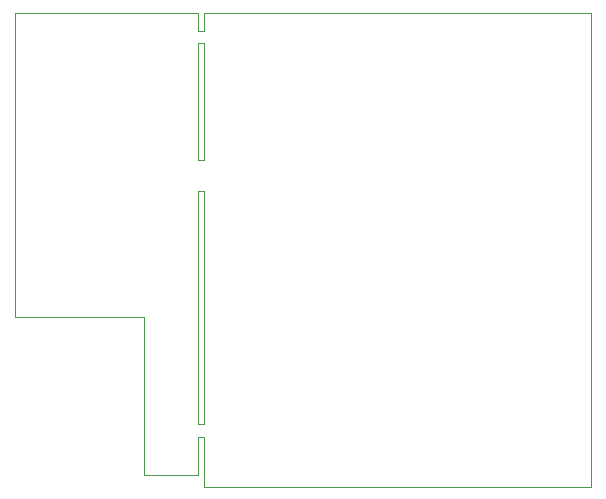
<source format=gm1>
G04 #@! TF.GenerationSoftware,KiCad,Pcbnew,7.0.9*
G04 #@! TF.CreationDate,2024-02-17T17:22:41+01:00*
G04 #@! TF.ProjectId,armband,61726d62-616e-4642-9e6b-696361645f70,rev?*
G04 #@! TF.SameCoordinates,Original*
G04 #@! TF.FileFunction,Profile,NP*
%FSLAX46Y46*%
G04 Gerber Fmt 4.6, Leading zero omitted, Abs format (unit mm)*
G04 Created by KiCad (PCBNEW 7.0.9) date 2024-02-17 17:22:41*
%MOMM*%
%LPD*%
G01*
G04 APERTURE LIST*
G04 #@! TA.AperFunction,Profile*
%ADD10C,0.100000*%
G04 #@! TD*
G04 APERTURE END LIST*
D10*
X125984000Y-83693000D02*
X125984000Y-87884000D01*
X125476000Y-47752000D02*
X125476000Y-49276000D01*
X125476000Y-50292000D02*
X125984000Y-50292000D01*
X125984000Y-60244000D01*
X125476000Y-60244000D01*
X125476000Y-50292000D01*
X125476000Y-83693000D02*
X125984000Y-83693000D01*
X125476000Y-49276000D02*
X125984000Y-49276000D01*
X125476000Y-47752000D02*
X110000000Y-47752000D01*
X125984000Y-49276000D02*
X125984000Y-47752000D01*
X120904000Y-86868000D02*
X125476000Y-86868000D01*
X110000000Y-47752000D02*
X110000000Y-73500000D01*
X120904000Y-73500000D02*
X120904000Y-86868000D01*
X125476000Y-86868000D02*
X125476000Y-83693000D01*
X158750000Y-87884000D02*
X158750000Y-47752000D01*
X125984000Y-87884000D02*
X158750000Y-87884000D01*
X125984000Y-47752000D02*
X158750000Y-47752000D01*
X125476000Y-62900000D02*
X125984000Y-62900000D01*
X125984000Y-82550000D01*
X125476000Y-82550000D01*
X125476000Y-62900000D01*
X110000000Y-73500000D02*
X120904000Y-73500000D01*
M02*

</source>
